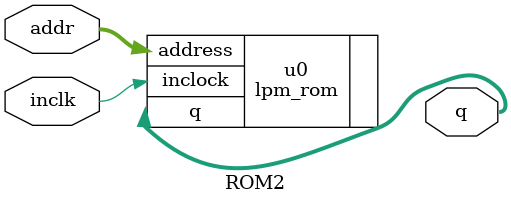
<source format=v>
/*
module ROM2(addr,inclk,outclk,q);

 input [3:0]addr;
 input inclk,outclk;
 
 output [3:0]q;
 
 lpm_rom u0(.address(addr),.inclock(inclk),.outclock(outclk),.q(q));
 
 defparam u0.lpm_width=4;
 defparam u0.lpm_widthad=4;
 defparam u0.lpm_file="initial.mif";
 defparam u0.lpm_outdata="REGISTERED";
 
endmodule
*/

module ROM2(addr,inclk,q);

 input [3:0]addr;
 //input inclk,outclk;
 input inclk;
 
 output [3:0]q;
 
 //lpm_rom u0(.address(addr),.inclock(inclk),.outclock(outclk),.q(q));
 lpm_rom u0(.address(addr),.inclock(inclk),.q(q));
 
 defparam u0.lpm_width=4;
 defparam u0.lpm_widthad=4;
 defparam u0.lpm_file="initial.mif";
 defparam u0.lpm_outdata="UNREGISTERED";
 
endmodule

</source>
